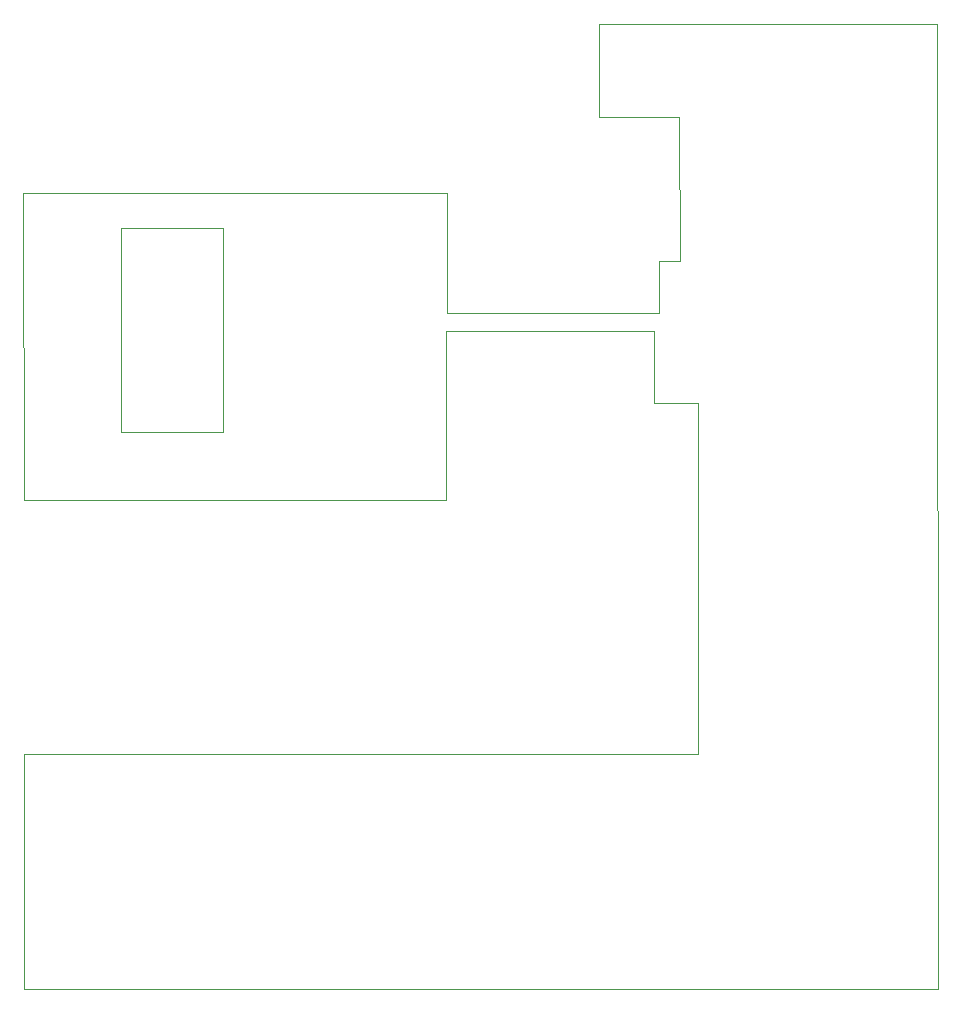
<source format=gbr>
%TF.GenerationSoftware,KiCad,Pcbnew,7.0.2*%
%TF.CreationDate,2024-04-19T05:30:35+02:00*%
%TF.ProjectId,Katkoot,4b61746b-6f6f-4742-9e6b-696361645f70,rev?*%
%TF.SameCoordinates,Original*%
%TF.FileFunction,Profile,NP*%
%FSLAX46Y46*%
G04 Gerber Fmt 4.6, Leading zero omitted, Abs format (unit mm)*
G04 Created by KiCad (PCBNEW 7.0.2) date 2024-04-19 05:30:35*
%MOMM*%
%LPD*%
G01*
G04 APERTURE LIST*
%TA.AperFunction,Profile*%
%ADD10C,0.100000*%
%TD*%
%TA.AperFunction,Profile*%
%ADD11C,0.120000*%
%TD*%
G04 APERTURE END LIST*
D10*
X180300000Y-59850000D02*
X180300000Y-55450000D01*
X203875000Y-35400000D02*
X181625000Y-35400000D01*
X179850000Y-63100000D02*
X179850000Y-67500000D01*
X175250000Y-43250000D02*
X182000000Y-43250000D01*
X182000000Y-43250000D02*
X182050000Y-55450000D01*
X183650000Y-67500000D02*
X183650000Y-97200000D01*
X162350000Y-49700000D02*
X162350000Y-59850000D01*
X126525000Y-75700000D02*
X162300000Y-75700000D01*
X126550000Y-97200000D02*
X126550000Y-117050000D01*
X175250000Y-42200000D02*
X175250000Y-43250000D01*
X126500000Y-49700000D02*
X162350000Y-49700000D01*
X180300000Y-55450000D02*
X182050000Y-55450000D01*
X162300000Y-75700000D02*
X162300000Y-61400000D01*
X126500000Y-49700000D02*
X126525000Y-75700000D01*
X183650000Y-97200000D02*
X126550000Y-97200000D01*
X162350000Y-59850000D02*
X180300000Y-59850000D01*
X181625000Y-35400000D02*
X175200000Y-35400000D01*
X203875000Y-35400000D02*
X203950000Y-117100000D01*
X179850000Y-67500000D02*
X183650000Y-67500000D01*
X175200000Y-35400000D02*
X175250000Y-42200000D01*
X162300000Y-61400000D02*
X179850000Y-61400000D01*
X203950000Y-117100000D02*
X126550000Y-117050000D01*
X179850000Y-61400000D02*
X179850000Y-63100000D01*
D11*
%TO.C,U2*%
X134750000Y-52670000D02*
X143350000Y-52670000D01*
X143350000Y-52670000D02*
X143350000Y-69930000D01*
X143350000Y-69930000D02*
X134750000Y-69930000D01*
X134750000Y-69930000D02*
X134750000Y-52670000D01*
%TD*%
M02*

</source>
